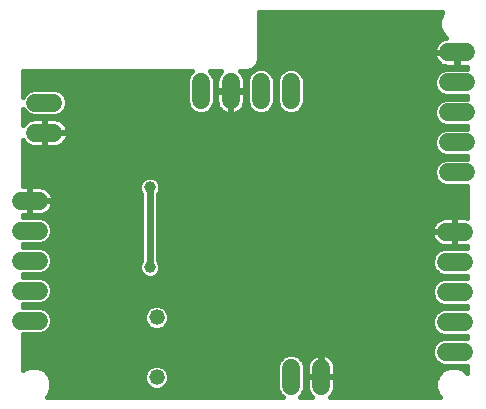
<source format=gbl>
G75*
%MOIN*%
%OFA0B0*%
%FSLAX25Y25*%
%IPPOS*%
%LPD*%
%AMOC8*
5,1,8,0,0,1.08239X$1,22.5*
%
%ADD10C,0.06000*%
%ADD11C,0.05200*%
%ADD12C,0.01600*%
%ADD13C,0.03962*%
%ADD14C,0.02400*%
D10*
X0006100Y0032437D02*
X0012100Y0032437D01*
X0012100Y0042437D02*
X0006100Y0042437D01*
X0006100Y0052437D02*
X0012100Y0052437D01*
X0012100Y0062437D02*
X0006100Y0062437D01*
X0006100Y0072437D02*
X0012100Y0072437D01*
X0011061Y0095075D02*
X0017061Y0095075D01*
X0017061Y0105075D02*
X0011061Y0105075D01*
X0066147Y0105933D02*
X0066147Y0111933D01*
X0076147Y0111933D02*
X0076147Y0105933D01*
X0086147Y0105933D02*
X0086147Y0111933D01*
X0096147Y0111933D02*
X0096147Y0105933D01*
X0147832Y0062004D02*
X0153832Y0062004D01*
X0153832Y0052004D02*
X0147832Y0052004D01*
X0147832Y0042004D02*
X0153832Y0042004D01*
X0153832Y0032004D02*
X0147832Y0032004D01*
X0147832Y0022004D02*
X0153832Y0022004D01*
X0106265Y0016657D02*
X0106265Y0010657D01*
X0096265Y0010657D02*
X0096265Y0016657D01*
X0148541Y0081846D02*
X0154541Y0081846D01*
X0154541Y0091846D02*
X0148541Y0091846D01*
X0148541Y0101846D02*
X0154541Y0101846D01*
X0154541Y0111846D02*
X0148541Y0111846D01*
X0148541Y0121846D02*
X0154541Y0121846D01*
D11*
X0051423Y0033500D03*
X0051423Y0013500D03*
D12*
X0015430Y0007671D02*
X0014760Y0007001D01*
X0093417Y0007001D01*
X0092366Y0008052D01*
X0091665Y0009742D01*
X0091665Y0017572D01*
X0092366Y0019263D01*
X0093660Y0020557D01*
X0095350Y0021257D01*
X0097180Y0021257D01*
X0098871Y0020557D01*
X0100165Y0019263D01*
X0100865Y0017572D01*
X0100865Y0009742D01*
X0100165Y0008052D01*
X0099114Y0007001D01*
X0103134Y0007001D01*
X0102604Y0007530D01*
X0102160Y0008142D01*
X0101817Y0008815D01*
X0101584Y0009533D01*
X0101465Y0010280D01*
X0101465Y0013457D01*
X0106065Y0013457D01*
X0106065Y0013857D01*
X0101465Y0013857D01*
X0101465Y0017035D01*
X0101584Y0017781D01*
X0101817Y0018500D01*
X0102160Y0019173D01*
X0102604Y0019784D01*
X0099644Y0019784D01*
X0100611Y0018186D02*
X0101715Y0018186D01*
X0101465Y0016587D02*
X0100865Y0016587D01*
X0100865Y0014989D02*
X0101465Y0014989D01*
X0101465Y0013390D02*
X0100865Y0013390D01*
X0100865Y0011792D02*
X0101465Y0011792D01*
X0101479Y0010193D02*
X0100865Y0010193D01*
X0100390Y0008595D02*
X0101929Y0008595D01*
X0106465Y0013457D02*
X0106465Y0013857D01*
X0111065Y0013857D01*
X0111065Y0017035D01*
X0110947Y0017781D01*
X0110714Y0018500D01*
X0110371Y0019173D01*
X0109927Y0019784D01*
X0143773Y0019784D01*
X0143933Y0019398D02*
X0145227Y0018104D01*
X0146917Y0017404D01*
X0154747Y0017404D01*
X0154772Y0017414D01*
X0154772Y0015066D01*
X0153708Y0016130D01*
X0151510Y0017040D01*
X0149131Y0017040D01*
X0146932Y0016130D01*
X0145250Y0014447D01*
X0144339Y0012249D01*
X0144339Y0009869D01*
X0145250Y0007671D01*
X0145920Y0007001D01*
X0109397Y0007001D01*
X0109927Y0007530D01*
X0110371Y0008142D01*
X0110714Y0008815D01*
X0110947Y0009533D01*
X0111065Y0010280D01*
X0111065Y0013457D01*
X0106465Y0013457D01*
X0106465Y0013858D02*
X0106065Y0013858D01*
X0106065Y0021457D01*
X0105888Y0021457D01*
X0105141Y0021339D01*
X0104423Y0021106D01*
X0103750Y0020763D01*
X0103138Y0020319D01*
X0102604Y0019784D01*
X0105417Y0021383D02*
X0006892Y0021383D01*
X0006892Y0022981D02*
X0143258Y0022981D01*
X0143232Y0022919D02*
X0143232Y0021089D01*
X0143933Y0019398D01*
X0145145Y0018186D02*
X0110816Y0018186D01*
X0111065Y0016587D02*
X0148038Y0016587D01*
X0145792Y0014989D02*
X0111065Y0014989D01*
X0111065Y0013390D02*
X0144812Y0013390D01*
X0144339Y0011792D02*
X0111065Y0011792D01*
X0111052Y0010193D02*
X0144339Y0010193D01*
X0144867Y0008595D02*
X0110602Y0008595D01*
X0106465Y0013858D02*
X0106465Y0021457D01*
X0106643Y0021457D01*
X0107389Y0021339D01*
X0108108Y0021106D01*
X0108781Y0020763D01*
X0109392Y0020319D01*
X0109927Y0019784D01*
X0107114Y0021383D02*
X0143232Y0021383D01*
X0143232Y0022919D02*
X0143933Y0024610D01*
X0145227Y0025904D01*
X0146917Y0026604D01*
X0154747Y0026604D01*
X0154772Y0026593D01*
X0154772Y0027414D01*
X0154747Y0027404D01*
X0146917Y0027404D01*
X0145227Y0028104D01*
X0143933Y0029398D01*
X0143232Y0031089D01*
X0143232Y0032919D01*
X0143933Y0034610D01*
X0145227Y0035904D01*
X0146917Y0036604D01*
X0154747Y0036604D01*
X0154772Y0036593D01*
X0154772Y0037414D01*
X0154747Y0037404D01*
X0146917Y0037404D01*
X0145227Y0038104D01*
X0143933Y0039398D01*
X0143232Y0041089D01*
X0143232Y0042919D01*
X0143933Y0044610D01*
X0145227Y0045904D01*
X0146917Y0046604D01*
X0154747Y0046604D01*
X0154772Y0046593D01*
X0154772Y0047414D01*
X0154747Y0047404D01*
X0146917Y0047404D01*
X0145227Y0048104D01*
X0143933Y0049398D01*
X0143232Y0051089D01*
X0143232Y0052919D01*
X0143933Y0054610D01*
X0145227Y0055904D01*
X0146917Y0056604D01*
X0154747Y0056604D01*
X0154772Y0056593D01*
X0154772Y0057293D01*
X0154210Y0057204D01*
X0151032Y0057204D01*
X0151032Y0061804D01*
X0150632Y0061804D01*
X0143032Y0061804D01*
X0143032Y0061626D01*
X0143150Y0060880D01*
X0143384Y0060161D01*
X0143727Y0059488D01*
X0144171Y0058877D01*
X0144705Y0058343D01*
X0145317Y0057899D01*
X0145990Y0057556D01*
X0146708Y0057322D01*
X0147455Y0057204D01*
X0150632Y0057204D01*
X0150632Y0061804D01*
X0150632Y0062204D01*
X0143032Y0062204D01*
X0143032Y0062382D01*
X0143150Y0063128D01*
X0143384Y0063846D01*
X0143727Y0064520D01*
X0144171Y0065131D01*
X0144705Y0065665D01*
X0145317Y0066109D01*
X0145990Y0066452D01*
X0146708Y0066686D01*
X0147455Y0066804D01*
X0150632Y0066804D01*
X0150632Y0062204D01*
X0151032Y0062204D01*
X0151032Y0066804D01*
X0154210Y0066804D01*
X0154772Y0066715D01*
X0154772Y0077246D01*
X0147626Y0077246D01*
X0145935Y0077947D01*
X0144641Y0079241D01*
X0143941Y0080931D01*
X0143941Y0082761D01*
X0144641Y0084452D01*
X0145935Y0085746D01*
X0147626Y0086446D01*
X0154772Y0086446D01*
X0154772Y0087246D01*
X0147626Y0087246D01*
X0145935Y0087947D01*
X0144641Y0089241D01*
X0143941Y0090931D01*
X0143941Y0092761D01*
X0144641Y0094452D01*
X0145935Y0095746D01*
X0147626Y0096446D01*
X0154772Y0096446D01*
X0154772Y0097246D01*
X0147626Y0097246D01*
X0145935Y0097947D01*
X0144641Y0099241D01*
X0143941Y0100931D01*
X0143941Y0102761D01*
X0144641Y0104452D01*
X0145935Y0105746D01*
X0147626Y0106446D01*
X0154772Y0106446D01*
X0154772Y0107246D01*
X0147626Y0107246D01*
X0145935Y0107947D01*
X0144641Y0109241D01*
X0143941Y0110931D01*
X0143941Y0112761D01*
X0144641Y0114452D01*
X0145935Y0115746D01*
X0147626Y0116446D01*
X0154772Y0116446D01*
X0154772Y0117046D01*
X0151741Y0117046D01*
X0151741Y0121646D01*
X0151341Y0121646D01*
X0151341Y0117046D01*
X0148163Y0117046D01*
X0147417Y0117165D01*
X0146698Y0117398D01*
X0146025Y0117741D01*
X0145414Y0118185D01*
X0144880Y0118719D01*
X0144436Y0119331D01*
X0144093Y0120004D01*
X0143859Y0120722D01*
X0143741Y0121469D01*
X0143741Y0121646D01*
X0151341Y0121646D01*
X0151341Y0122046D01*
X0143741Y0122046D01*
X0143741Y0122224D01*
X0143859Y0122970D01*
X0144093Y0123689D01*
X0144436Y0124362D01*
X0144880Y0124973D01*
X0145414Y0125508D01*
X0146025Y0125952D01*
X0146698Y0126295D01*
X0147417Y0126528D01*
X0147960Y0126614D01*
X0146431Y0128143D01*
X0145520Y0130342D01*
X0145520Y0132721D01*
X0146431Y0134920D01*
X0146708Y0135196D01*
X0085632Y0135196D01*
X0085632Y0119356D01*
X0084902Y0117592D01*
X0083551Y0116242D01*
X0081787Y0115511D01*
X0079357Y0115511D01*
X0079808Y0115060D01*
X0080253Y0114449D01*
X0080596Y0113776D01*
X0080829Y0113057D01*
X0080947Y0112311D01*
X0080947Y0109133D01*
X0076347Y0109133D01*
X0076347Y0108733D01*
X0076347Y0101133D01*
X0076525Y0101133D01*
X0077271Y0101251D01*
X0077990Y0101485D01*
X0078663Y0101828D01*
X0079274Y0102272D01*
X0079808Y0102806D01*
X0080253Y0103417D01*
X0080596Y0104091D01*
X0080829Y0104809D01*
X0080947Y0105555D01*
X0080947Y0108733D01*
X0076347Y0108733D01*
X0075947Y0108733D01*
X0071347Y0108733D01*
X0071347Y0105555D01*
X0071465Y0104809D01*
X0071699Y0104091D01*
X0072042Y0103417D01*
X0072486Y0102806D01*
X0073020Y0102272D01*
X0073631Y0101828D01*
X0074305Y0101485D01*
X0075023Y0101251D01*
X0075769Y0101133D01*
X0075947Y0101133D01*
X0075947Y0108733D01*
X0075947Y0109133D01*
X0071347Y0109133D01*
X0071347Y0112311D01*
X0071465Y0113057D01*
X0071699Y0113776D01*
X0072042Y0114449D01*
X0072486Y0115060D01*
X0072937Y0115511D01*
X0069075Y0115511D01*
X0070047Y0114539D01*
X0070747Y0112848D01*
X0070747Y0105018D01*
X0070047Y0103327D01*
X0068753Y0102033D01*
X0067062Y0101333D01*
X0065232Y0101333D01*
X0063542Y0102033D01*
X0062248Y0103327D01*
X0061547Y0105018D01*
X0061547Y0112848D01*
X0062248Y0114539D01*
X0063220Y0115511D01*
X0006892Y0115511D01*
X0006892Y0107031D01*
X0007161Y0107680D01*
X0008455Y0108974D01*
X0010146Y0109675D01*
X0017976Y0109675D01*
X0019666Y0108974D01*
X0020960Y0107680D01*
X0021661Y0105990D01*
X0021661Y0104160D01*
X0020960Y0102469D01*
X0019666Y0101175D01*
X0017976Y0100475D01*
X0010146Y0100475D01*
X0008455Y0101175D01*
X0007161Y0102469D01*
X0006892Y0103118D01*
X0006892Y0097467D01*
X0006955Y0097591D01*
X0007399Y0098202D01*
X0007934Y0098736D01*
X0008545Y0099180D01*
X0009218Y0099523D01*
X0009937Y0099757D01*
X0010683Y0099875D01*
X0013861Y0099875D01*
X0013861Y0095275D01*
X0014261Y0095275D01*
X0021861Y0095275D01*
X0021861Y0095453D01*
X0021742Y0096199D01*
X0021509Y0096917D01*
X0021166Y0097591D01*
X0020722Y0098202D01*
X0020188Y0098736D01*
X0019576Y0099180D01*
X0018903Y0099523D01*
X0018185Y0099757D01*
X0017438Y0099875D01*
X0014261Y0099875D01*
X0014261Y0095275D01*
X0014261Y0094875D01*
X0021861Y0094875D01*
X0021861Y0094697D01*
X0021742Y0093951D01*
X0021509Y0093232D01*
X0021166Y0092559D01*
X0020722Y0091948D01*
X0020188Y0091414D01*
X0019576Y0090969D01*
X0018903Y0090626D01*
X0018185Y0090393D01*
X0017438Y0090275D01*
X0014261Y0090275D01*
X0014261Y0094875D01*
X0013861Y0094875D01*
X0013861Y0090275D01*
X0010683Y0090275D01*
X0009937Y0090393D01*
X0009218Y0090626D01*
X0008545Y0090969D01*
X0007934Y0091414D01*
X0007399Y0091948D01*
X0006955Y0092559D01*
X0006892Y0092683D01*
X0006892Y0077237D01*
X0008900Y0077237D01*
X0008900Y0072637D01*
X0009300Y0072637D01*
X0016900Y0072637D01*
X0016900Y0072815D01*
X0016782Y0073561D01*
X0016548Y0074280D01*
X0016205Y0074953D01*
X0015761Y0075564D01*
X0015227Y0076098D01*
X0014616Y0076542D01*
X0013943Y0076885D01*
X0013224Y0077119D01*
X0012478Y0077237D01*
X0009300Y0077237D01*
X0009300Y0072637D01*
X0009300Y0072237D01*
X0009300Y0067637D01*
X0012478Y0067637D01*
X0013224Y0067755D01*
X0013943Y0067989D01*
X0014616Y0068332D01*
X0015227Y0068776D01*
X0015761Y0069310D01*
X0016205Y0069921D01*
X0016548Y0070594D01*
X0016782Y0071313D01*
X0016900Y0072059D01*
X0016900Y0072237D01*
X0009300Y0072237D01*
X0008900Y0072237D01*
X0008900Y0067637D01*
X0006892Y0067637D01*
X0006892Y0067037D01*
X0013015Y0067037D01*
X0014706Y0066337D01*
X0016000Y0065043D01*
X0016700Y0063352D01*
X0016700Y0061522D01*
X0016000Y0059831D01*
X0014706Y0058537D01*
X0013015Y0057837D01*
X0006892Y0057837D01*
X0006892Y0057037D01*
X0013015Y0057037D01*
X0014706Y0056337D01*
X0016000Y0055043D01*
X0016700Y0053352D01*
X0016700Y0051522D01*
X0016000Y0049831D01*
X0014706Y0048537D01*
X0013015Y0047837D01*
X0006892Y0047837D01*
X0006892Y0047037D01*
X0013015Y0047037D01*
X0014706Y0046337D01*
X0016000Y0045043D01*
X0016700Y0043352D01*
X0016700Y0041522D01*
X0016000Y0039831D01*
X0014706Y0038537D01*
X0013015Y0037837D01*
X0006892Y0037837D01*
X0006892Y0037037D01*
X0013015Y0037037D01*
X0014706Y0036337D01*
X0016000Y0035043D01*
X0016700Y0033352D01*
X0016700Y0031522D01*
X0016000Y0029831D01*
X0014706Y0028537D01*
X0013015Y0027837D01*
X0006892Y0027837D01*
X0006892Y0016050D01*
X0006972Y0016130D01*
X0009170Y0017040D01*
X0011550Y0017040D01*
X0013748Y0016130D01*
X0015430Y0014447D01*
X0016341Y0012249D01*
X0016341Y0009869D01*
X0015430Y0007671D01*
X0015813Y0008595D02*
X0092141Y0008595D01*
X0091665Y0010193D02*
X0054056Y0010193D01*
X0053802Y0009939D02*
X0054983Y0011121D01*
X0055623Y0012665D01*
X0055623Y0014335D01*
X0054983Y0015879D01*
X0053802Y0017061D01*
X0052258Y0017700D01*
X0050587Y0017700D01*
X0049044Y0017061D01*
X0047862Y0015879D01*
X0047223Y0014335D01*
X0047223Y0012665D01*
X0047862Y0011121D01*
X0049044Y0009939D01*
X0050587Y0009300D01*
X0052258Y0009300D01*
X0053802Y0009939D01*
X0055261Y0011792D02*
X0091665Y0011792D01*
X0091665Y0013390D02*
X0055623Y0013390D01*
X0055352Y0014989D02*
X0091665Y0014989D01*
X0091665Y0016587D02*
X0054275Y0016587D01*
X0048571Y0016587D02*
X0012643Y0016587D01*
X0014889Y0014989D02*
X0047494Y0014989D01*
X0047223Y0013390D02*
X0015868Y0013390D01*
X0016341Y0011792D02*
X0047584Y0011792D01*
X0048790Y0010193D02*
X0016341Y0010193D01*
X0008077Y0016587D02*
X0006892Y0016587D01*
X0006892Y0018186D02*
X0091919Y0018186D01*
X0092887Y0019784D02*
X0006892Y0019784D01*
X0006892Y0024580D02*
X0143920Y0024580D01*
X0145890Y0026178D02*
X0006892Y0026178D01*
X0006892Y0027777D02*
X0146017Y0027777D01*
X0143955Y0029375D02*
X0052440Y0029375D01*
X0052258Y0029300D02*
X0053802Y0029939D01*
X0054983Y0031121D01*
X0055623Y0032665D01*
X0055623Y0034335D01*
X0054983Y0035879D01*
X0053802Y0037061D01*
X0052258Y0037700D01*
X0050587Y0037700D01*
X0049044Y0037061D01*
X0047862Y0035879D01*
X0047223Y0034335D01*
X0047223Y0032665D01*
X0047862Y0031121D01*
X0049044Y0029939D01*
X0050587Y0029300D01*
X0052258Y0029300D01*
X0050405Y0029375D02*
X0015544Y0029375D01*
X0016473Y0030974D02*
X0048009Y0030974D01*
X0047261Y0032573D02*
X0016700Y0032573D01*
X0016361Y0034171D02*
X0047223Y0034171D01*
X0047817Y0035770D02*
X0015273Y0035770D01*
X0015135Y0038967D02*
X0144364Y0038967D01*
X0143449Y0040565D02*
X0016304Y0040565D01*
X0016700Y0042164D02*
X0143232Y0042164D01*
X0143582Y0043762D02*
X0016530Y0043762D01*
X0015682Y0045361D02*
X0144684Y0045361D01*
X0144773Y0048558D02*
X0052322Y0048558D01*
X0052175Y0048204D02*
X0052720Y0049520D01*
X0052720Y0050945D01*
X0052175Y0052261D01*
X0051939Y0052497D01*
X0051939Y0074543D01*
X0052175Y0074779D01*
X0052720Y0076095D01*
X0052720Y0077519D01*
X0052175Y0078836D01*
X0051168Y0079843D01*
X0049852Y0080388D01*
X0048427Y0080388D01*
X0047111Y0079843D01*
X0046103Y0078836D01*
X0045558Y0077519D01*
X0045558Y0076095D01*
X0046103Y0074779D01*
X0046339Y0074543D01*
X0046339Y0052497D01*
X0046103Y0052261D01*
X0045558Y0050945D01*
X0045558Y0049520D01*
X0046103Y0048204D01*
X0047111Y0047196D01*
X0048427Y0046651D01*
X0049852Y0046651D01*
X0051168Y0047196D01*
X0052175Y0048204D01*
X0050595Y0046959D02*
X0154772Y0046959D01*
X0146788Y0056550D02*
X0051939Y0056550D01*
X0051939Y0054952D02*
X0144275Y0054952D01*
X0143412Y0053353D02*
X0051939Y0053353D01*
X0052385Y0051755D02*
X0143232Y0051755D01*
X0143619Y0050156D02*
X0052720Y0050156D01*
X0047684Y0046959D02*
X0013203Y0046959D01*
X0014726Y0048558D02*
X0045957Y0048558D01*
X0045558Y0050156D02*
X0016134Y0050156D01*
X0016700Y0051755D02*
X0045894Y0051755D01*
X0046339Y0053353D02*
X0016700Y0053353D01*
X0016037Y0054952D02*
X0046339Y0054952D01*
X0046339Y0056550D02*
X0014190Y0056550D01*
X0013767Y0058149D02*
X0046339Y0058149D01*
X0046339Y0059747D02*
X0015916Y0059747D01*
X0016627Y0061346D02*
X0046339Y0061346D01*
X0046339Y0062944D02*
X0016700Y0062944D01*
X0016207Y0064543D02*
X0046339Y0064543D01*
X0046339Y0066141D02*
X0014901Y0066141D01*
X0013126Y0067740D02*
X0046339Y0067740D01*
X0046339Y0069338D02*
X0015782Y0069338D01*
X0016660Y0070937D02*
X0046339Y0070937D01*
X0046339Y0072535D02*
X0009300Y0072535D01*
X0009300Y0070937D02*
X0008900Y0070937D01*
X0008900Y0069338D02*
X0009300Y0069338D01*
X0009300Y0067740D02*
X0008900Y0067740D01*
X0008900Y0074134D02*
X0009300Y0074134D01*
X0009300Y0075732D02*
X0008900Y0075732D01*
X0006892Y0077331D02*
X0045558Y0077331D01*
X0045708Y0075732D02*
X0015593Y0075732D01*
X0016596Y0074134D02*
X0046339Y0074134D01*
X0046197Y0078929D02*
X0006892Y0078929D01*
X0006892Y0080528D02*
X0144108Y0080528D01*
X0143941Y0082126D02*
X0006892Y0082126D01*
X0006892Y0083725D02*
X0144340Y0083725D01*
X0145512Y0085323D02*
X0006892Y0085323D01*
X0006892Y0086922D02*
X0154772Y0086922D01*
X0145362Y0088520D02*
X0006892Y0088520D01*
X0006892Y0090119D02*
X0144277Y0090119D01*
X0143941Y0091717D02*
X0020491Y0091717D01*
X0021536Y0093316D02*
X0144171Y0093316D01*
X0145104Y0094914D02*
X0014261Y0094914D01*
X0014261Y0093316D02*
X0013861Y0093316D01*
X0013861Y0091717D02*
X0014261Y0091717D01*
X0014261Y0096513D02*
X0013861Y0096513D01*
X0013861Y0098111D02*
X0014261Y0098111D01*
X0014261Y0099710D02*
X0013861Y0099710D01*
X0009793Y0099710D02*
X0006892Y0099710D01*
X0006892Y0101308D02*
X0008322Y0101308D01*
X0006980Y0102907D02*
X0006892Y0102907D01*
X0006892Y0098111D02*
X0007334Y0098111D01*
X0007630Y0091717D02*
X0006892Y0091717D01*
X0018328Y0099710D02*
X0144447Y0099710D01*
X0143941Y0101308D02*
X0077447Y0101308D01*
X0076347Y0101308D02*
X0075947Y0101308D01*
X0074847Y0101308D02*
X0019800Y0101308D01*
X0021142Y0102907D02*
X0062668Y0102907D01*
X0061760Y0104506D02*
X0021661Y0104506D01*
X0021613Y0106104D02*
X0061547Y0106104D01*
X0061547Y0107703D02*
X0020938Y0107703D01*
X0018878Y0109301D02*
X0061547Y0109301D01*
X0061547Y0110900D02*
X0006892Y0110900D01*
X0006892Y0112498D02*
X0061547Y0112498D01*
X0062064Y0114097D02*
X0006892Y0114097D01*
X0006892Y0109301D02*
X0009243Y0109301D01*
X0007183Y0107703D02*
X0006892Y0107703D01*
X0020787Y0098111D02*
X0145771Y0098111D01*
X0144001Y0102907D02*
X0099627Y0102907D01*
X0100047Y0103327D02*
X0100747Y0105018D01*
X0100747Y0112848D01*
X0100047Y0114539D01*
X0098753Y0115833D01*
X0097062Y0116533D01*
X0095232Y0116533D01*
X0093542Y0115833D01*
X0092248Y0114539D01*
X0091547Y0112848D01*
X0091547Y0105018D01*
X0092248Y0103327D01*
X0093542Y0102033D01*
X0095232Y0101333D01*
X0097062Y0101333D01*
X0098753Y0102033D01*
X0100047Y0103327D01*
X0100535Y0104506D02*
X0144695Y0104506D01*
X0146799Y0106104D02*
X0100747Y0106104D01*
X0100747Y0107703D02*
X0146525Y0107703D01*
X0144616Y0109301D02*
X0100747Y0109301D01*
X0100747Y0110900D02*
X0143954Y0110900D01*
X0143941Y0112498D02*
X0100747Y0112498D01*
X0100230Y0114097D02*
X0144494Y0114097D01*
X0145884Y0115695D02*
X0098891Y0115695D01*
X0093404Y0115695D02*
X0088891Y0115695D01*
X0088753Y0115833D02*
X0090047Y0114539D01*
X0090747Y0112848D01*
X0090747Y0105018D01*
X0090047Y0103327D01*
X0088753Y0102033D01*
X0087062Y0101333D01*
X0085232Y0101333D01*
X0083542Y0102033D01*
X0082248Y0103327D01*
X0081547Y0105018D01*
X0081547Y0112848D01*
X0082248Y0114539D01*
X0083542Y0115833D01*
X0085232Y0116533D01*
X0087062Y0116533D01*
X0088753Y0115833D01*
X0090230Y0114097D02*
X0092064Y0114097D01*
X0091547Y0112498D02*
X0090747Y0112498D01*
X0090747Y0110900D02*
X0091547Y0110900D01*
X0091547Y0109301D02*
X0090747Y0109301D01*
X0090747Y0107703D02*
X0091547Y0107703D01*
X0091547Y0106104D02*
X0090747Y0106104D01*
X0090535Y0104506D02*
X0091760Y0104506D01*
X0092668Y0102907D02*
X0089627Y0102907D01*
X0082668Y0102907D02*
X0079882Y0102907D01*
X0080730Y0104506D02*
X0081760Y0104506D01*
X0081547Y0106104D02*
X0080947Y0106104D01*
X0080947Y0107703D02*
X0081547Y0107703D01*
X0081547Y0109301D02*
X0080947Y0109301D01*
X0080947Y0110900D02*
X0081547Y0110900D01*
X0081547Y0112498D02*
X0080918Y0112498D01*
X0080432Y0114097D02*
X0082064Y0114097D01*
X0082231Y0115695D02*
X0083404Y0115695D01*
X0084603Y0117294D02*
X0147020Y0117294D01*
X0144754Y0118892D02*
X0085440Y0118892D01*
X0085632Y0120491D02*
X0143934Y0120491D01*
X0143741Y0122089D02*
X0085632Y0122089D01*
X0085632Y0123688D02*
X0144092Y0123688D01*
X0145192Y0125286D02*
X0085632Y0125286D01*
X0085632Y0126885D02*
X0147690Y0126885D01*
X0146290Y0128483D02*
X0085632Y0128483D01*
X0085632Y0130082D02*
X0145628Y0130082D01*
X0145520Y0131680D02*
X0085632Y0131680D01*
X0085632Y0133279D02*
X0145751Y0133279D01*
X0146414Y0134877D02*
X0085632Y0134877D01*
X0071862Y0114097D02*
X0070230Y0114097D01*
X0070747Y0112498D02*
X0071377Y0112498D01*
X0071347Y0110900D02*
X0070747Y0110900D01*
X0070747Y0109301D02*
X0071347Y0109301D01*
X0071347Y0107703D02*
X0070747Y0107703D01*
X0070747Y0106104D02*
X0071347Y0106104D01*
X0071564Y0104506D02*
X0070535Y0104506D01*
X0069627Y0102907D02*
X0072413Y0102907D01*
X0075947Y0102907D02*
X0076347Y0102907D01*
X0076347Y0104506D02*
X0075947Y0104506D01*
X0075947Y0106104D02*
X0076347Y0106104D01*
X0076347Y0107703D02*
X0075947Y0107703D01*
X0052082Y0078929D02*
X0144953Y0078929D01*
X0147422Y0077331D02*
X0052720Y0077331D01*
X0052570Y0075732D02*
X0154772Y0075732D01*
X0154772Y0074134D02*
X0051939Y0074134D01*
X0051939Y0072535D02*
X0154772Y0072535D01*
X0154772Y0070937D02*
X0051939Y0070937D01*
X0051939Y0069338D02*
X0154772Y0069338D01*
X0154772Y0067740D02*
X0051939Y0067740D01*
X0051939Y0066141D02*
X0145379Y0066141D01*
X0143744Y0064543D02*
X0051939Y0064543D01*
X0051939Y0062944D02*
X0143121Y0062944D01*
X0143077Y0061346D02*
X0051939Y0061346D01*
X0051939Y0059747D02*
X0143595Y0059747D01*
X0144972Y0058149D02*
X0051939Y0058149D01*
X0053060Y0037368D02*
X0154772Y0037368D01*
X0145092Y0035770D02*
X0055029Y0035770D01*
X0055623Y0034171D02*
X0143751Y0034171D01*
X0143232Y0032573D02*
X0055585Y0032573D01*
X0054837Y0030974D02*
X0143280Y0030974D01*
X0152603Y0016587D02*
X0154772Y0016587D01*
X0151032Y0058149D02*
X0150632Y0058149D01*
X0150632Y0059747D02*
X0151032Y0059747D01*
X0151032Y0061346D02*
X0150632Y0061346D01*
X0150632Y0062944D02*
X0151032Y0062944D01*
X0151032Y0064543D02*
X0150632Y0064543D01*
X0150632Y0066141D02*
X0151032Y0066141D01*
X0154772Y0096513D02*
X0021640Y0096513D01*
X0006892Y0037368D02*
X0049786Y0037368D01*
X0106065Y0021383D02*
X0106465Y0021383D01*
X0106465Y0019784D02*
X0106065Y0019784D01*
X0106065Y0018186D02*
X0106465Y0018186D01*
X0106465Y0016587D02*
X0106065Y0016587D01*
X0106065Y0014989D02*
X0106465Y0014989D01*
X0151341Y0117294D02*
X0151741Y0117294D01*
X0151741Y0118892D02*
X0151341Y0118892D01*
X0151341Y0120491D02*
X0151741Y0120491D01*
D13*
X0105439Y0079169D03*
X0132801Y0075823D03*
X0063313Y0011453D03*
X0049139Y0050232D03*
X0049139Y0076807D03*
D14*
X0049139Y0050232D01*
M02*

</source>
